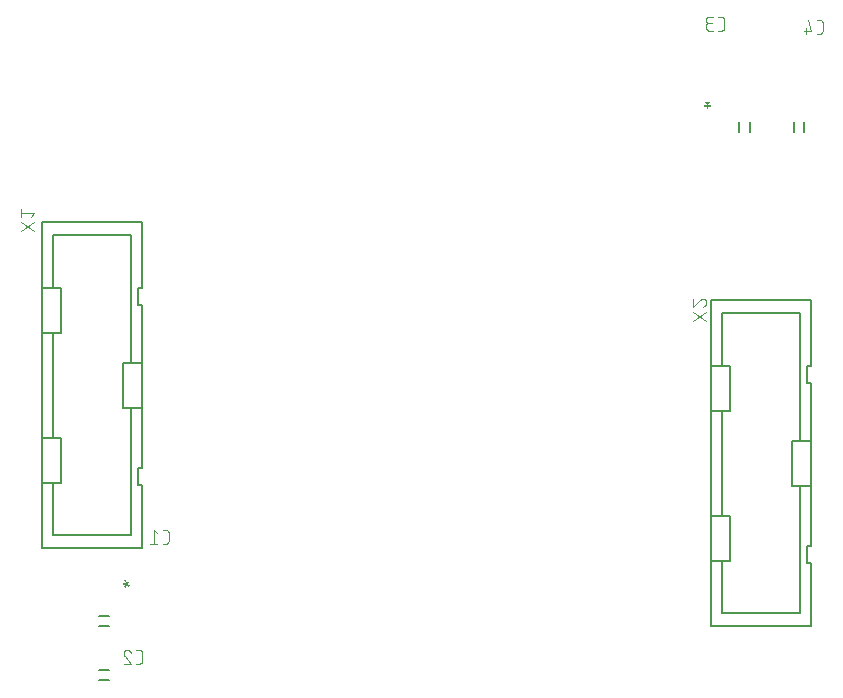
<source format=gbr>
G04 EAGLE Gerber RS-274X export*
G75*
%MOMM*%
%FSLAX34Y34*%
%LPD*%
%INSilkscreen Bottom*%
%IPPOS*%
%AMOC8*
5,1,8,0,0,1.08239X$1,22.5*%
G01*
G04 Define Apertures*
%ADD10C,0.203200*%
%ADD11C,0.101600*%
%ADD12C,0.152400*%
G36*
X841397Y136048D02*
X840241Y136442D01*
X841143Y138754D01*
X838559Y138640D01*
X838559Y139831D01*
X841161Y139726D01*
X840223Y142065D01*
X841397Y142459D01*
X842036Y140007D01*
X844209Y141662D01*
X844839Y140620D01*
X842597Y139253D01*
X844857Y137940D01*
X844226Y136897D01*
X842036Y138518D01*
X841397Y136048D01*
G37*
G36*
X1334560Y541379D02*
X1333369Y541379D01*
X1333474Y543981D01*
X1331135Y543043D01*
X1330741Y544217D01*
X1333193Y544856D01*
X1331538Y547029D01*
X1332580Y547659D01*
X1333947Y545417D01*
X1335260Y547677D01*
X1336303Y547046D01*
X1334682Y544856D01*
X1337152Y544217D01*
X1336758Y543061D01*
X1334446Y543963D01*
X1334560Y541379D01*
G37*
D10*
X770800Y445440D02*
X770800Y389670D01*
X770800Y352010D01*
X770800Y262670D01*
X770800Y225010D01*
X770800Y169240D01*
X854800Y169240D01*
X854800Y222560D01*
X851800Y222560D01*
X851800Y237350D01*
X854800Y237350D01*
X854800Y288510D01*
X839300Y288510D01*
X839300Y326170D01*
X854800Y326170D01*
X854800Y288510D01*
X854800Y326170D02*
X854800Y374960D01*
X854800Y389750D02*
X854800Y445440D01*
X770800Y445440D01*
X780050Y434190D02*
X780050Y389740D01*
X780050Y351990D02*
X780050Y262690D01*
X780050Y224940D02*
X780050Y180490D01*
X845550Y180490D01*
X845550Y288510D01*
X845550Y326170D02*
X845550Y434190D01*
X780050Y434190D01*
X851800Y374960D02*
X854800Y374960D01*
X851800Y374960D02*
X851800Y389750D01*
X854800Y389750D01*
X786300Y389670D02*
X770800Y389670D01*
X786300Y389670D02*
X786300Y352010D01*
X770800Y352010D01*
X770800Y262670D02*
X786300Y262670D01*
X786300Y225010D01*
X770800Y225010D01*
D11*
X752348Y438122D02*
X764032Y445911D01*
X764032Y438122D02*
X752348Y445911D01*
X761436Y450201D02*
X764032Y453446D01*
X752348Y453446D01*
X752348Y450201D02*
X752348Y456692D01*
D12*
X818896Y112268D02*
X827024Y112268D01*
X827024Y66294D02*
X818896Y66294D01*
X818896Y103378D02*
X827024Y103378D01*
X827024Y57404D02*
X818896Y57404D01*
D11*
X872424Y173228D02*
X875021Y173228D01*
X875120Y173230D01*
X875220Y173236D01*
X875319Y173245D01*
X875417Y173258D01*
X875515Y173275D01*
X875613Y173296D01*
X875709Y173321D01*
X875804Y173349D01*
X875898Y173381D01*
X875991Y173416D01*
X876083Y173455D01*
X876173Y173498D01*
X876261Y173543D01*
X876348Y173593D01*
X876432Y173645D01*
X876515Y173701D01*
X876595Y173759D01*
X876673Y173821D01*
X876748Y173886D01*
X876821Y173954D01*
X876891Y174024D01*
X876959Y174097D01*
X877024Y174172D01*
X877086Y174250D01*
X877144Y174330D01*
X877200Y174413D01*
X877252Y174497D01*
X877302Y174584D01*
X877347Y174672D01*
X877390Y174762D01*
X877429Y174854D01*
X877464Y174947D01*
X877496Y175041D01*
X877524Y175136D01*
X877549Y175232D01*
X877570Y175330D01*
X877587Y175428D01*
X877600Y175526D01*
X877609Y175625D01*
X877615Y175725D01*
X877617Y175824D01*
X877617Y182316D01*
X877615Y182415D01*
X877609Y182515D01*
X877600Y182614D01*
X877587Y182712D01*
X877570Y182810D01*
X877549Y182908D01*
X877524Y183004D01*
X877496Y183099D01*
X877464Y183193D01*
X877429Y183286D01*
X877390Y183378D01*
X877347Y183468D01*
X877302Y183556D01*
X877252Y183643D01*
X877200Y183727D01*
X877144Y183810D01*
X877086Y183890D01*
X877024Y183968D01*
X876959Y184043D01*
X876891Y184116D01*
X876821Y184186D01*
X876748Y184254D01*
X876673Y184319D01*
X876595Y184381D01*
X876515Y184439D01*
X876432Y184495D01*
X876348Y184547D01*
X876261Y184597D01*
X876173Y184642D01*
X876083Y184685D01*
X875991Y184724D01*
X875898Y184759D01*
X875804Y184791D01*
X875709Y184819D01*
X875613Y184844D01*
X875515Y184865D01*
X875417Y184882D01*
X875319Y184895D01*
X875220Y184904D01*
X875120Y184910D01*
X875021Y184912D01*
X872424Y184912D01*
X868059Y182316D02*
X864814Y184912D01*
X864814Y173228D01*
X868059Y173228D02*
X861568Y173228D01*
X852876Y71628D02*
X850279Y71628D01*
X852876Y71628D02*
X852975Y71630D01*
X853075Y71636D01*
X853174Y71645D01*
X853272Y71658D01*
X853370Y71675D01*
X853468Y71696D01*
X853564Y71721D01*
X853659Y71749D01*
X853753Y71781D01*
X853846Y71816D01*
X853938Y71855D01*
X854028Y71898D01*
X854116Y71943D01*
X854203Y71993D01*
X854287Y72045D01*
X854370Y72101D01*
X854450Y72159D01*
X854528Y72221D01*
X854603Y72286D01*
X854676Y72354D01*
X854746Y72424D01*
X854814Y72497D01*
X854879Y72572D01*
X854941Y72650D01*
X854999Y72730D01*
X855055Y72813D01*
X855107Y72897D01*
X855157Y72984D01*
X855202Y73072D01*
X855245Y73162D01*
X855284Y73254D01*
X855319Y73347D01*
X855351Y73441D01*
X855379Y73536D01*
X855404Y73632D01*
X855425Y73730D01*
X855442Y73828D01*
X855455Y73926D01*
X855464Y74025D01*
X855470Y74125D01*
X855472Y74224D01*
X855472Y80716D01*
X855470Y80815D01*
X855464Y80915D01*
X855455Y81014D01*
X855442Y81112D01*
X855425Y81210D01*
X855404Y81308D01*
X855379Y81404D01*
X855351Y81499D01*
X855319Y81593D01*
X855284Y81686D01*
X855245Y81778D01*
X855202Y81868D01*
X855157Y81956D01*
X855107Y82043D01*
X855055Y82127D01*
X854999Y82210D01*
X854941Y82290D01*
X854879Y82368D01*
X854814Y82443D01*
X854746Y82516D01*
X854676Y82586D01*
X854603Y82654D01*
X854528Y82719D01*
X854450Y82781D01*
X854370Y82839D01*
X854287Y82895D01*
X854203Y82947D01*
X854116Y82997D01*
X854028Y83042D01*
X853938Y83085D01*
X853846Y83124D01*
X853753Y83159D01*
X853659Y83191D01*
X853564Y83219D01*
X853468Y83244D01*
X853370Y83265D01*
X853272Y83282D01*
X853174Y83295D01*
X853075Y83304D01*
X852975Y83310D01*
X852876Y83312D01*
X850279Y83312D01*
X842344Y83312D02*
X842237Y83310D01*
X842131Y83304D01*
X842025Y83294D01*
X841919Y83281D01*
X841813Y83263D01*
X841709Y83242D01*
X841605Y83217D01*
X841502Y83188D01*
X841401Y83156D01*
X841301Y83119D01*
X841202Y83079D01*
X841104Y83036D01*
X841008Y82989D01*
X840914Y82938D01*
X840822Y82884D01*
X840732Y82827D01*
X840644Y82767D01*
X840559Y82703D01*
X840476Y82636D01*
X840395Y82566D01*
X840317Y82494D01*
X840241Y82418D01*
X840169Y82340D01*
X840099Y82259D01*
X840032Y82176D01*
X839968Y82091D01*
X839908Y82003D01*
X839851Y81913D01*
X839797Y81821D01*
X839746Y81727D01*
X839699Y81631D01*
X839656Y81533D01*
X839616Y81434D01*
X839579Y81334D01*
X839547Y81233D01*
X839518Y81130D01*
X839493Y81026D01*
X839472Y80922D01*
X839454Y80816D01*
X839441Y80710D01*
X839431Y80604D01*
X839425Y80498D01*
X839423Y80391D01*
X842344Y83312D02*
X842465Y83310D01*
X842586Y83304D01*
X842706Y83294D01*
X842827Y83281D01*
X842946Y83263D01*
X843066Y83242D01*
X843184Y83217D01*
X843301Y83188D01*
X843418Y83155D01*
X843533Y83119D01*
X843647Y83078D01*
X843760Y83035D01*
X843872Y82987D01*
X843981Y82936D01*
X844089Y82881D01*
X844196Y82823D01*
X844300Y82762D01*
X844402Y82697D01*
X844502Y82629D01*
X844600Y82558D01*
X844696Y82484D01*
X844789Y82407D01*
X844879Y82326D01*
X844967Y82243D01*
X845052Y82157D01*
X845135Y82068D01*
X845214Y81977D01*
X845291Y81883D01*
X845364Y81787D01*
X845434Y81689D01*
X845501Y81588D01*
X845565Y81485D01*
X845626Y81380D01*
X845683Y81273D01*
X845736Y81165D01*
X845786Y81055D01*
X845832Y80943D01*
X845875Y80830D01*
X845914Y80715D01*
X840397Y78119D02*
X840318Y78197D01*
X840242Y78277D01*
X840169Y78360D01*
X840099Y78446D01*
X840032Y78533D01*
X839968Y78624D01*
X839908Y78716D01*
X839850Y78810D01*
X839796Y78907D01*
X839746Y79005D01*
X839699Y79105D01*
X839655Y79206D01*
X839615Y79309D01*
X839579Y79414D01*
X839547Y79519D01*
X839518Y79626D01*
X839493Y79733D01*
X839471Y79842D01*
X839454Y79951D01*
X839440Y80060D01*
X839431Y80170D01*
X839425Y80281D01*
X839423Y80391D01*
X840396Y78119D02*
X845914Y71628D01*
X839423Y71628D01*
D10*
X1337220Y323630D02*
X1337220Y379400D01*
X1337220Y323630D02*
X1337220Y285970D01*
X1337220Y196630D01*
X1337220Y158970D01*
X1337220Y103200D01*
X1421220Y103200D01*
X1421220Y156520D01*
X1418220Y156520D01*
X1418220Y171310D01*
X1421220Y171310D01*
X1421220Y222470D01*
X1405720Y222470D01*
X1405720Y260130D01*
X1421220Y260130D01*
X1421220Y222470D01*
X1421220Y260130D02*
X1421220Y308920D01*
X1421220Y323710D02*
X1421220Y379400D01*
X1337220Y379400D01*
X1346470Y368150D02*
X1346470Y323700D01*
X1346470Y285950D02*
X1346470Y196650D01*
X1346470Y158900D02*
X1346470Y114450D01*
X1411970Y114450D01*
X1411970Y222470D01*
X1411970Y260130D02*
X1411970Y368150D01*
X1346470Y368150D01*
X1418220Y308920D02*
X1421220Y308920D01*
X1418220Y308920D02*
X1418220Y323710D01*
X1421220Y323710D01*
X1352720Y323630D02*
X1337220Y323630D01*
X1352720Y323630D02*
X1352720Y285970D01*
X1337220Y285970D01*
X1337220Y196630D02*
X1352720Y196630D01*
X1352720Y158970D01*
X1337220Y158970D01*
D11*
X1321308Y361922D02*
X1332992Y369711D01*
X1332992Y361922D02*
X1321308Y369711D01*
X1330071Y380492D02*
X1330178Y380490D01*
X1330284Y380484D01*
X1330390Y380474D01*
X1330496Y380461D01*
X1330602Y380443D01*
X1330706Y380422D01*
X1330810Y380397D01*
X1330913Y380368D01*
X1331014Y380336D01*
X1331114Y380299D01*
X1331213Y380259D01*
X1331311Y380216D01*
X1331407Y380169D01*
X1331501Y380118D01*
X1331593Y380064D01*
X1331683Y380007D01*
X1331771Y379947D01*
X1331856Y379883D01*
X1331939Y379816D01*
X1332020Y379746D01*
X1332098Y379674D01*
X1332174Y379598D01*
X1332246Y379520D01*
X1332316Y379439D01*
X1332383Y379356D01*
X1332447Y379271D01*
X1332507Y379183D01*
X1332564Y379093D01*
X1332618Y379001D01*
X1332669Y378907D01*
X1332716Y378811D01*
X1332759Y378713D01*
X1332799Y378614D01*
X1332836Y378514D01*
X1332868Y378413D01*
X1332897Y378310D01*
X1332922Y378206D01*
X1332943Y378102D01*
X1332961Y377996D01*
X1332974Y377890D01*
X1332984Y377784D01*
X1332990Y377678D01*
X1332992Y377571D01*
X1332990Y377450D01*
X1332984Y377329D01*
X1332974Y377209D01*
X1332961Y377088D01*
X1332943Y376969D01*
X1332922Y376849D01*
X1332897Y376731D01*
X1332868Y376614D01*
X1332835Y376497D01*
X1332799Y376382D01*
X1332758Y376268D01*
X1332715Y376155D01*
X1332667Y376043D01*
X1332616Y375934D01*
X1332561Y375826D01*
X1332503Y375719D01*
X1332442Y375615D01*
X1332377Y375513D01*
X1332309Y375413D01*
X1332238Y375315D01*
X1332164Y375219D01*
X1332087Y375126D01*
X1332006Y375036D01*
X1331923Y374948D01*
X1331837Y374863D01*
X1331748Y374780D01*
X1331657Y374701D01*
X1331563Y374624D01*
X1331467Y374551D01*
X1331369Y374481D01*
X1331268Y374414D01*
X1331165Y374350D01*
X1331060Y374290D01*
X1330953Y374233D01*
X1330845Y374179D01*
X1330735Y374129D01*
X1330623Y374083D01*
X1330510Y374040D01*
X1330395Y374001D01*
X1327799Y379519D02*
X1327876Y379598D01*
X1327957Y379674D01*
X1328040Y379747D01*
X1328125Y379817D01*
X1328213Y379884D01*
X1328303Y379948D01*
X1328395Y380008D01*
X1328490Y380065D01*
X1328586Y380119D01*
X1328684Y380170D01*
X1328784Y380217D01*
X1328886Y380261D01*
X1328989Y380301D01*
X1329093Y380337D01*
X1329199Y380369D01*
X1329305Y380398D01*
X1329413Y380423D01*
X1329521Y380445D01*
X1329631Y380462D01*
X1329740Y380476D01*
X1329850Y380485D01*
X1329961Y380491D01*
X1330071Y380493D01*
X1327799Y379518D02*
X1321308Y374001D01*
X1321308Y380492D01*
D12*
X1360932Y521716D02*
X1360932Y529844D01*
X1406906Y529844D02*
X1406906Y521716D01*
X1369822Y521716D02*
X1369822Y529844D01*
X1415796Y529844D02*
X1415796Y521716D01*
D11*
X1345636Y607568D02*
X1343039Y607568D01*
X1345636Y607568D02*
X1345735Y607570D01*
X1345835Y607576D01*
X1345934Y607585D01*
X1346032Y607598D01*
X1346130Y607615D01*
X1346228Y607636D01*
X1346324Y607661D01*
X1346419Y607689D01*
X1346513Y607721D01*
X1346606Y607756D01*
X1346698Y607795D01*
X1346788Y607838D01*
X1346876Y607883D01*
X1346963Y607933D01*
X1347047Y607985D01*
X1347130Y608041D01*
X1347210Y608099D01*
X1347288Y608161D01*
X1347363Y608226D01*
X1347436Y608294D01*
X1347506Y608364D01*
X1347574Y608437D01*
X1347639Y608512D01*
X1347701Y608590D01*
X1347759Y608670D01*
X1347815Y608753D01*
X1347867Y608837D01*
X1347917Y608924D01*
X1347962Y609012D01*
X1348005Y609102D01*
X1348044Y609194D01*
X1348079Y609287D01*
X1348111Y609381D01*
X1348139Y609476D01*
X1348164Y609572D01*
X1348185Y609670D01*
X1348202Y609768D01*
X1348215Y609866D01*
X1348224Y609965D01*
X1348230Y610065D01*
X1348232Y610164D01*
X1348232Y616656D01*
X1348230Y616755D01*
X1348224Y616855D01*
X1348215Y616954D01*
X1348202Y617052D01*
X1348185Y617150D01*
X1348164Y617248D01*
X1348139Y617344D01*
X1348111Y617439D01*
X1348079Y617533D01*
X1348044Y617626D01*
X1348005Y617718D01*
X1347962Y617808D01*
X1347917Y617896D01*
X1347867Y617983D01*
X1347815Y618067D01*
X1347759Y618150D01*
X1347701Y618230D01*
X1347639Y618308D01*
X1347574Y618383D01*
X1347506Y618456D01*
X1347436Y618526D01*
X1347363Y618594D01*
X1347288Y618659D01*
X1347210Y618721D01*
X1347130Y618779D01*
X1347047Y618835D01*
X1346963Y618887D01*
X1346876Y618937D01*
X1346788Y618982D01*
X1346698Y619025D01*
X1346606Y619064D01*
X1346513Y619099D01*
X1346419Y619131D01*
X1346324Y619159D01*
X1346228Y619184D01*
X1346130Y619205D01*
X1346032Y619222D01*
X1345934Y619235D01*
X1345835Y619244D01*
X1345735Y619250D01*
X1345636Y619252D01*
X1343039Y619252D01*
X1338674Y607568D02*
X1335428Y607568D01*
X1335315Y607570D01*
X1335202Y607576D01*
X1335089Y607586D01*
X1334976Y607600D01*
X1334864Y607617D01*
X1334753Y607639D01*
X1334643Y607664D01*
X1334533Y607694D01*
X1334425Y607727D01*
X1334318Y607764D01*
X1334212Y607804D01*
X1334108Y607849D01*
X1334005Y607897D01*
X1333904Y607948D01*
X1333805Y608003D01*
X1333708Y608061D01*
X1333613Y608123D01*
X1333520Y608188D01*
X1333430Y608256D01*
X1333342Y608327D01*
X1333256Y608402D01*
X1333173Y608479D01*
X1333093Y608559D01*
X1333016Y608642D01*
X1332941Y608728D01*
X1332870Y608816D01*
X1332802Y608906D01*
X1332737Y608999D01*
X1332675Y609094D01*
X1332617Y609191D01*
X1332562Y609290D01*
X1332511Y609391D01*
X1332463Y609494D01*
X1332418Y609598D01*
X1332378Y609704D01*
X1332341Y609811D01*
X1332308Y609919D01*
X1332278Y610029D01*
X1332253Y610139D01*
X1332231Y610250D01*
X1332214Y610362D01*
X1332200Y610475D01*
X1332190Y610588D01*
X1332184Y610701D01*
X1332182Y610814D01*
X1332184Y610927D01*
X1332190Y611040D01*
X1332200Y611153D01*
X1332214Y611266D01*
X1332231Y611378D01*
X1332253Y611489D01*
X1332278Y611599D01*
X1332308Y611709D01*
X1332341Y611817D01*
X1332378Y611924D01*
X1332418Y612030D01*
X1332463Y612134D01*
X1332511Y612237D01*
X1332562Y612338D01*
X1332617Y612437D01*
X1332675Y612534D01*
X1332737Y612629D01*
X1332802Y612722D01*
X1332870Y612812D01*
X1332941Y612900D01*
X1333016Y612986D01*
X1333093Y613069D01*
X1333173Y613149D01*
X1333256Y613226D01*
X1333342Y613301D01*
X1333430Y613372D01*
X1333520Y613440D01*
X1333613Y613505D01*
X1333708Y613567D01*
X1333805Y613625D01*
X1333904Y613680D01*
X1334005Y613731D01*
X1334108Y613779D01*
X1334212Y613824D01*
X1334318Y613864D01*
X1334425Y613901D01*
X1334533Y613934D01*
X1334643Y613964D01*
X1334753Y613989D01*
X1334864Y614011D01*
X1334976Y614028D01*
X1335089Y614042D01*
X1335202Y614052D01*
X1335315Y614058D01*
X1335428Y614060D01*
X1334779Y619252D02*
X1338674Y619252D01*
X1334779Y619252D02*
X1334678Y619250D01*
X1334578Y619244D01*
X1334478Y619234D01*
X1334378Y619221D01*
X1334279Y619203D01*
X1334180Y619182D01*
X1334083Y619157D01*
X1333986Y619128D01*
X1333891Y619095D01*
X1333797Y619059D01*
X1333705Y619019D01*
X1333614Y618976D01*
X1333525Y618929D01*
X1333438Y618879D01*
X1333352Y618825D01*
X1333269Y618768D01*
X1333189Y618708D01*
X1333110Y618645D01*
X1333034Y618578D01*
X1332961Y618509D01*
X1332891Y618437D01*
X1332823Y618363D01*
X1332758Y618286D01*
X1332697Y618206D01*
X1332638Y618124D01*
X1332583Y618040D01*
X1332531Y617954D01*
X1332482Y617866D01*
X1332437Y617776D01*
X1332395Y617684D01*
X1332357Y617591D01*
X1332323Y617496D01*
X1332292Y617401D01*
X1332265Y617304D01*
X1332242Y617206D01*
X1332222Y617107D01*
X1332207Y617007D01*
X1332195Y616907D01*
X1332187Y616807D01*
X1332183Y616706D01*
X1332183Y616606D01*
X1332187Y616505D01*
X1332195Y616405D01*
X1332207Y616305D01*
X1332222Y616205D01*
X1332242Y616106D01*
X1332265Y616008D01*
X1332292Y615911D01*
X1332323Y615816D01*
X1332357Y615721D01*
X1332395Y615628D01*
X1332437Y615536D01*
X1332482Y615446D01*
X1332531Y615358D01*
X1332583Y615272D01*
X1332638Y615188D01*
X1332697Y615106D01*
X1332758Y615026D01*
X1332823Y614949D01*
X1332891Y614875D01*
X1332961Y614803D01*
X1333034Y614734D01*
X1333110Y614667D01*
X1333189Y614604D01*
X1333269Y614544D01*
X1333352Y614487D01*
X1333438Y614433D01*
X1333525Y614383D01*
X1333614Y614336D01*
X1333705Y614293D01*
X1333797Y614253D01*
X1333891Y614217D01*
X1333986Y614184D01*
X1334083Y614155D01*
X1334180Y614130D01*
X1334279Y614109D01*
X1334378Y614091D01*
X1334478Y614078D01*
X1334578Y614068D01*
X1334678Y614062D01*
X1334779Y614060D01*
X1334779Y614059D02*
X1337376Y614059D01*
X1426144Y605028D02*
X1428741Y605028D01*
X1428840Y605030D01*
X1428940Y605036D01*
X1429039Y605045D01*
X1429137Y605058D01*
X1429235Y605075D01*
X1429333Y605096D01*
X1429429Y605121D01*
X1429524Y605149D01*
X1429618Y605181D01*
X1429711Y605216D01*
X1429803Y605255D01*
X1429893Y605298D01*
X1429981Y605343D01*
X1430068Y605393D01*
X1430152Y605445D01*
X1430235Y605501D01*
X1430315Y605559D01*
X1430393Y605621D01*
X1430468Y605686D01*
X1430541Y605754D01*
X1430611Y605824D01*
X1430679Y605897D01*
X1430744Y605972D01*
X1430806Y606050D01*
X1430864Y606130D01*
X1430920Y606213D01*
X1430972Y606297D01*
X1431022Y606384D01*
X1431067Y606472D01*
X1431110Y606562D01*
X1431149Y606654D01*
X1431184Y606747D01*
X1431216Y606841D01*
X1431244Y606936D01*
X1431269Y607032D01*
X1431290Y607130D01*
X1431307Y607228D01*
X1431320Y607326D01*
X1431329Y607425D01*
X1431335Y607525D01*
X1431337Y607624D01*
X1431337Y614116D01*
X1431335Y614215D01*
X1431329Y614315D01*
X1431320Y614414D01*
X1431307Y614512D01*
X1431290Y614610D01*
X1431269Y614708D01*
X1431244Y614804D01*
X1431216Y614899D01*
X1431184Y614993D01*
X1431149Y615086D01*
X1431110Y615178D01*
X1431067Y615268D01*
X1431022Y615356D01*
X1430972Y615443D01*
X1430920Y615527D01*
X1430864Y615610D01*
X1430806Y615690D01*
X1430744Y615768D01*
X1430679Y615843D01*
X1430611Y615916D01*
X1430541Y615986D01*
X1430468Y616054D01*
X1430393Y616119D01*
X1430315Y616181D01*
X1430235Y616239D01*
X1430152Y616295D01*
X1430068Y616347D01*
X1429981Y616397D01*
X1429893Y616442D01*
X1429803Y616485D01*
X1429711Y616524D01*
X1429618Y616559D01*
X1429524Y616591D01*
X1429429Y616619D01*
X1429333Y616644D01*
X1429235Y616665D01*
X1429137Y616682D01*
X1429039Y616695D01*
X1428940Y616704D01*
X1428840Y616710D01*
X1428741Y616712D01*
X1426144Y616712D01*
X1419183Y616712D02*
X1421779Y607624D01*
X1415288Y607624D01*
X1417235Y610221D02*
X1417235Y605028D01*
M02*

</source>
